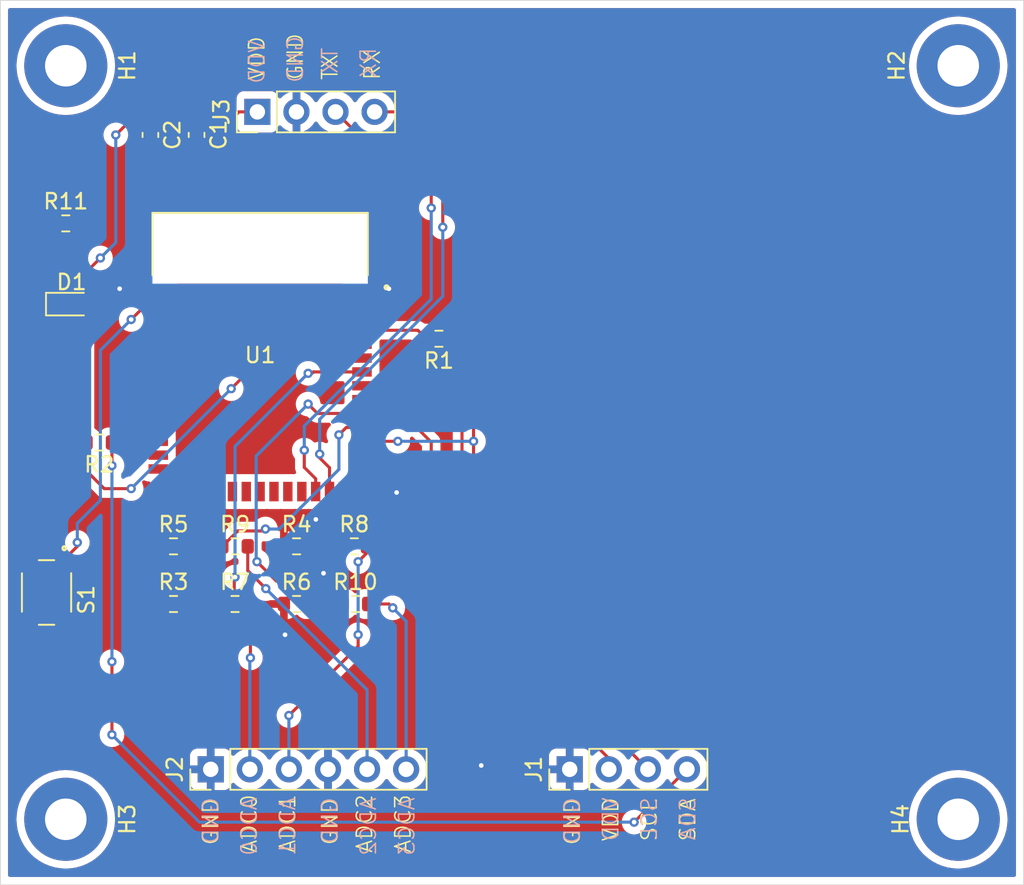
<source format=kicad_pcb>
(kicad_pcb (version 20240108) (generator "pcbnew") (generator_version "8.0")
  (layers (0 "F.Cu" signal) (31 "B.Cu" signal) (34 "B.Paste" user) (35 "F.Paste" user) (36 "B.SilkS" user "B.Silkscreen") (37 "F.SilkS" user "F.Silkscreen") (38 "B.Mask" user) (39 "F.Mask" user) (44 "Edge.Cuts" user))
  (net 0 "")
  (net 1 "GND")
  (net 2 "/Vdd")
  (net 3 "Net-(D1-K)")
  (net 4 "/SDA")
  (net 5 "/SCL")
  (net 6 "/ADC2_raw")
  (net 7 "/ADC3_raw")
  (net 8 "/ADC1_raw")
  (net 9 "/ADC0_raw")
  (net 10 "/rx")
  (net 11 "/tx")
  (net 12 "/ADC0")
  (net 13 "/ADC1")
  (net 14 "/ADC2")
  (net 15 "/ADC3")
  (net 16 "/XRES")
  (footprint "MountingHole:MountingHole_2.7mm_M2.5_Pad_TopBottom" (layer "F.Cu") (at 107.5 85.25)
    (property "Reference" "H3" (at 4 0 90) (layer "F.SilkS"))
    (property "Value" "MountingHole" (hide yes))
    (pad "1" thru_hole circle (at 0 0) (size 3.1 3.1) (drill 2.7) (layers "*.Cu" "*.Mask"))
    (pad "1" connect circle (at 0 0) (size 5.4 5.4) (layers "F.Cu" "F.Mask"))
    (pad "1" connect circle (at 0 0) (size 5.4 5.4) (layers "B.Cu" "B.Mask"))
  )
  (footprint "Capacitor_SMD:C_0603_1608Metric" (layer "F.Cu") (at 113 40.75 -90)
    (property "Reference" "C2" (at 0 -1.43 90) (layer "F.SilkS"))
    (property "Value" "10u" (hide yes))
    (fp_line (start -0.14058 0.51) (end 0.14058 0.51) (stroke (width 0.12)) (layer "F.SilkS"))
    (fp_line (start -0.14058 -0.51) (end 0.14058 -0.51) (stroke (width 0.12)) (layer "F.SilkS"))
    (pad "1" smd roundrect (at -0.775 0 270) (size 0.9 0.95) (layers "F.Cu" "F.Paste" "F.Mask") (net 2 "/Vdd"))
    (pad "2" smd roundrect (at 0.775 0 270) (size 0.9 0.95) (layers "F.Cu" "F.Paste" "F.Mask") (net 1 "GND"))
  )
  (footprint "kicad library:XCVR_CYBLE-416045-02" (layer "F.Cu") (at 120.13 55.07)
    (property "Reference" "U1" (at 0 0 0) (layer "F.SilkS") (effects (font (size 1.001425 1.001425))))
    (property "Value" "CYBLE-416045-02" (hide yes))
    (fp_line (start -7 -9.25) (end -7 -5.2) (stroke (width 0.127)) (layer "F.SilkS"))
    (fp_line (start 7 -9.25) (end -7 -9.25) (stroke (width 0.127)) (layer "F.SilkS"))
    (fp_line (start 7 -5.2) (end 7 -9.25) (stroke (width 0.127)) (layer "F.SilkS"))
    (fp_circle (center 8.216 -4.41) (end 8.316 -4.41) (stroke (width 0.2)) (fill none) (layer "F.SilkS"))
    (pad "1" smd rect (at 6.62 -4.32) (size 1.27 0.61) (layers "F.Cu" "F.Paste" "F.Mask") (net 1 "GND"))
    (pad "2" smd rect (at 6.62 -3.42) (size 1.27 0.61) (layers "F.Cu" "F.Paste" "F.Mask"))
    (pad "3" smd rect (at 6.62 -2.52) (size 1.27 0.61) (layers "F.Cu" "F.Paste" "F.Mask") (net 2 "/Vdd"))
    (pad "4" smd rect (at 6.62 -1.62) (size 1.27 0.61) (layers "F.Cu" "F.Paste" "F.Mask") (net 2 "/Vdd"))
    (pad "5" smd rect (at 6.62 -0.71) (size 1.27 0.61) (layers "F.Cu" "F.Paste" "F.Mask"))
    (pad "6" smd rect (at 6.62 0.19) (size 1.27 0.61) (layers "F.Cu" "F.Paste" "F.Mask"))
    (pad "7" smd rect (at 6.62 1.09) (size 1.27 0.61) (layers "F.Cu" "F.Paste" "F.Mask") (net 12 "/ADC0"))
    (pad "8" smd rect (at 6.62 1.99) (size 1.27 0.61) (layers "F.Cu" "F.Paste" "F.Mask") (net 13 "/ADC1"))
    (pad "9" smd rect (at 6.62 2.89) (size 1.27 0.61) (layers "F.Cu" "F.Paste" "F.Mask"))
    (pad "10" smd rect (at 6.62 3.79) (size 1.27 0.61) (layers "F.Cu" "F.Paste" "F.Mask") (net 15 "/ADC3"))
    (pad "11" smd rect (at 6.62 4.7) (size 1.27 0.61) (layers "F.Cu" "F.Paste" "F.Mask") (net 14 "/ADC2"))
    (pad "12" smd rect (at 6.62 5.6) (size 1.27 0.61) (layers "F.Cu" "F.Paste" "F.Mask") (net 5 "/SCL"))
    (pad "13" smd rect (at 6.62 6.5) (size 1.27 0.61) (layers "F.Cu" "F.Paste" "F.Mask"))
    (pad "14" smd rect (at 6.62 7.4) (size 1.27 0.61) (layers "F.Cu" "F.Paste" "F.Mask"))
    (pad "15" smd rect (at 6.31 8.87) (size 0.61 1.27) (layers "F.Cu" "F.Paste" "F.Mask") (net 1 "GND"))
    (pad "16" smd rect (at 5.41 8.87) (size 0.61 1.27) (layers "F.Cu" "F.Paste" "F.Mask"))
    (pad "17" smd rect (at 4.51 8.87) (size 0.61 1.27) (layers "F.Cu" "F.Paste" "F.Mask") (net 10 "/rx"))
    (pad "18" smd rect (at 3.61 8.87) (size 0.61 1.27) (layers "F.Cu" "F.Paste" "F.Mask") (net 11 "/tx"))
    (pad "19" smd rect (at 2.71 8.87) (size 0.61 1.27) (layers "F.Cu" "F.Paste" "F.Mask"))
    (pad "20" smd rect (at 1.8 8.87) (size 0.61 1.27) (layers "F.Cu" "F.Paste" "F.Mask"))
    (pad "21" smd rect (at 0.9 8.87) (size 0.61 1.27) (layers "F.Cu" "F.Paste" "F.Mask"))
    (pad "22" smd rect (at 0 8.87) (size 0.61 1.27) (layers "F.Cu" "F.Paste" "F.Mask"))
    (pad "23" smd rect (at -0.9 8.87) (size 0.61 1.27) (layers "F.Cu" "F.Paste" "F.Mask"))
    (pad "24" smd rect (at -1.8 8.87) (size 0.61 1.27) (layers "F.Cu" "F.Paste" "F.Mask"))
    (pad "25" smd rect (at -2.7 8.87) (size 0.61 1.27) (layers "F.Cu" "F.Paste" "F.Mask"))
    (pad "26" smd rect (at -3.61 8.87) (size 0.61 1.27) (layers "F.Cu" "F.Paste" "F.Mask"))
    (pad "27" smd rect (at -4.51 8.87) (size 0.61 1.27) (layers "F.Cu" "F.Paste" "F.Mask"))
    (pad "28" smd rect (at -5.41 8.87) (size 0.61 1.27) (layers "F.Cu" "F.Paste" "F.Mask"))
    (pad "29" smd rect (at -6.31 8.87) (size 0.61 1.27) (layers "F.Cu" "F.Paste" "F.Mask"))
    (pad "30" smd rect (at -6.62 7.4) (size 1.27 0.61) (layers "F.Cu" "F.Paste" "F.Mask"))
    (pad "31" smd rect (at -6.62 6.5) (size 1.27 0.61) (layers "F.Cu" "F.Paste" "F.Mask"))
    (pad "32" smd rect (at -6.62 5.6) (size 1.27 0.61) (layers "F.Cu" "F.Paste" "F.Mask"))
    (pad "33" smd rect (at -6.62 4.7) (size 1.27 0.61) (layers "F.Cu" "F.Paste" "F.Mask") (net 4 "/SDA"))
    (pad "34" smd rect (at -6.62 3.79) (size 1.27 0.61) (layers "F.Cu" "F.Paste" "F.Mask"))
    (pad "35" smd rect (at -6.62 2.89) (size 1.27 0.61) (layers "F.Cu" "F.Paste" "F.Mask"))
    (pad "36" smd rect (at -6.62 1.99) (size 1.27 0.61) (layers "F.Cu" "F.Paste" "F.Mask"))
    (pad "37" smd rect (at -6.62 1.09) (size 1.27 0.61) (layers "F.Cu" "F.Paste" "F.Mask"))
    (pad "38" smd rect (at -6.62 0.19) (size 1.27 0.61) (layers "F.Cu" "F.Paste" "F.Mask"))
    (pad "39" smd rect (at -6.62 -0.71) (size 1.27 0.61) (layers "F.Cu" "F.Paste" "F.Mask"))
    (pad "40" smd rect (at -6.62 -1.62) (size 1.27 0.61) (layers "F.Cu" "F.Paste" "F.Mask"))
    (pad "41" smd rect (at -6.62 -2.52) (size 1.27 0.61) (layers "F.Cu" "F.Paste" "F.Mask"))
    (pad "42" smd rect (at -6.62 -3.42) (size 1.27 0.61) (layers "F.Cu" "F.Paste" "F.Mask") (net 16 "/XRES"))
    (pad "43" smd rect (at -6.62 -4.32) (size 1.27 0.61) (layers "F.Cu" "F.Paste" "F.Mask") (net 1 "GND"))
    (zone (net 0) (net_name "") (layer "F.Cu") (connect_pads (clearance 0)) (min_thickness 0.01)
      (keepout (tracks not_allowed) (vias not_allowed) (pads not_allowed) (copperpour not_allowed) (footprints allowed))
      (fill (thermal_gap 0.508) (thermal_bridge_width 0.508))
      (polygon (pts (xy 113.13 45.82) (xy 127.13 45.82) (xy 127.13 50.42) (xy 113.13 50.42)))
    )
    (zone (net 0) (net_name "") (layer "B.Cu") (connect_pads (clearance 0)) (min_thickness 0.01)
      (keepout (tracks not_allowed) (vias not_allowed) (pads not_allowed) (copperpour not_allowed) (footprints allowed))
      (fill (thermal_gap 0.508) (thermal_bridge_width 0.508))
      (polygon (pts (xy 113.13 45.82) (xy 127.13 45.82) (xy 127.13 50.42) (xy 113.13 50.42)))
    )
  )
  (footprint "Resistor_SMD:R_0603_1608Metric" (layer "F.Cu") (at 109.675 60.75 180)
    (property "Reference" "R2" (at 0 -1.43 360) (layer "F.SilkS"))
    (property "Value" "4.7K" (hide yes))
    (fp_line (start -0.237258 0.5225) (end 0.237258 0.5225) (stroke (width 0.12)) (layer "F.SilkS"))
    (fp_line (start -0.237258 -0.5225) (end 0.237258 -0.5225) (stroke (width 0.12)) (layer "F.SilkS"))
    (pad "1" smd roundrect (at -0.825 0 180) (size 0.8 0.95) (layers "F.Cu" "F.Paste" "F.Mask") (net 4 "/SDA"))
    (pad "2" smd roundrect (at 0.825 0 180) (size 0.8 0.95) (layers "F.Cu" "F.Paste" "F.Mask") (net 2 "/Vdd"))
  )
  (footprint "kicad library:SW_SKRPACE010" (layer "F.Cu") (at 106.25 70.5 -90)
    (property "Reference" "S1" (at 0.47575 -2.58912 90) (layer "F.SilkS") (effects (font (size 1.001591 1.001591))))
    (property "Value" "SKRPACE010")
    (fp_line (start -1.25 1.6) (end 1.25 1.6) (stroke (width 0.127)) (layer "F.SilkS"))
    (fp_line (start -2.1 -0.5) (end -2.1 0.5) (stroke (width 0.127)) (layer "F.SilkS"))
    (fp_line (start 2.1 -0.5) (end 2.1 0.5) (stroke (width 0.127)) (layer "F.SilkS"))
    (fp_line (start -1.25 -1.6) (end 1.25 -1.6) (stroke (width 0.127)) (layer "F.SilkS"))
    (fp_circle (center -2.9 -1.15) (end -2.788197 -1.15) (stroke (width 0.127)) (fill none) (layer "F.SilkS"))
    (fp_circle (center -2.85 -1.15) (end -2.8 -1.15) (stroke (width 0.127)) (fill none) (layer "F.SilkS"))
    (pad "1" smd rect (at -2.075 -1.075 270) (size 1.05 0.65) (layers "F.Cu" "F.Paste" "F.Mask") (net 16 "/XRES"))
    (pad "2" smd rect (at 2.075 -1.075 270) (size 1.05 0.65) (layers "F.Cu" "F.Paste" "F.Mask") (net 16 "/XRES"))
    (pad "3" smd rect (at -2.075 1.075 270) (size 1.05 0.65) (layers "F.Cu" "F.Paste" "F.Mask") (net 1 "GND"))
    (pad "4" smd rect (at 2.075 1.075 270) (size 1.05 0.65) (layers "F.Cu" "F.Paste" "F.Mask") (net 1 "GND"))
  )
  (footprint "Capacitor_SMD:C_0603_1608Metric" (layer "F.Cu") (at 116 40.75 -90)
    (property "Reference" "C1" (at 0 -1.43 90) (layer "F.SilkS"))
    (property "Value" "0.1u" (hide yes))
    (fp_line (start -0.14058 0.51) (end 0.14058 0.51) (stroke (width 0.12)) (layer "F.SilkS"))
    (fp_line (start -0.14058 -0.51) (end 0.14058 -0.51) (stroke (width 0.12)) (layer "F.SilkS"))
    (pad "1" smd roundrect (at -0.775 0 270) (size 0.9 0.95) (layers "F.Cu" "F.Paste" "F.Mask") (net 2 "/Vdd"))
    (pad "2" smd roundrect (at 0.775 0 270) (size 0.9 0.95) (layers "F.Cu" "F.Paste" "F.Mask") (net 1 "GND"))
  )
  (footprint "Connector_PinHeader_2.54mm:PinHeader_1x04_P2.54mm_Vertical" (layer "F.Cu") (at 140.25 82 90)
    (property "Reference" "J1" (at 0 -2.33 90) (layer "F.SilkS"))
    (property "Value" "Conn_01x04_Pin" (hide yes))
    (fp_line (start -1.33 -1.33) (end 0 -1.33) (stroke (width 0.12)) (layer "F.SilkS"))
    (fp_line (start -1.33 0) (end -1.33 -1.33) (stroke (width 0.12)) (layer "F.SilkS"))
    (fp_line (start 1.33 1.27) (end 1.33 8.95) (stroke (width 0.12)) (layer "F.SilkS"))
    (fp_line (start -1.33 1.27) (end 1.33 1.27) (stroke (width 0.12)) (layer "F.SilkS"))
    (fp_line (start -1.33 1.27) (end -1.33 8.95) (stroke (width 0.12)) (layer "F.SilkS"))
    (fp_line (start -1.33 8.95) (end 1.33 8.95) (stroke (width 0.12)) (layer "F.SilkS"))
    (pad "1" thru_hole rect (at 0 0 90) (size 1.7 1.7) (drill 1) (layers "*.Cu" "*.Mask") (net 1 "GND"))
    (pad "2" thru_hole oval (at 0 2.54 90) (size 1.7 1.7) (drill 1) (layers "*.Cu" "*.Mask") (net 2 "/Vdd"))
    (pad "3" thru_hole oval (at 0 5.08 90) (size 1.7 1.7) (drill 1) (layers "*.Cu" "*.Mask") (net 5 "/SCL"))
    (pad "4" thru_hole oval (at 0 7.62 90) (size 1.7 1.7) (drill 1) (layers "*.Cu" "*.Mask") (net 4 "/SDA"))
  )
  (footprint "Resistor_SMD:R_0603_1608Metric" (layer "F.Cu") (at 118.5 71.25)
    (property "Reference" "R7" (at 0 -1.43 0) (layer "F.SilkS"))
    (property "Value" "18k" (hide yes))
    (fp_line (start -0.237258 -0.5225) (end 0.237258 -0.5225) (stroke (width 0.12)) (layer "F.SilkS"))
    (fp_line (start -0.237258 0.5225) (end 0.237258 0.5225) (stroke (width 0.12)) (layer "F.SilkS"))
    (pad "1" smd roundrect (at -0.825 0) (size 0.8 0.95) (layers "F.Cu" "F.Paste" "F.Mask") (net 12 "/ADC0"))
    (pad "2" smd roundrect (at 0.825 0) (size 0.8 0.95) (layers "F.Cu" "F.Paste" "F.Mask") (net 9 "/ADC0_raw"))
  )
  (footprint "MountingHole:MountingHole_2.7mm_M2.5_Pad_TopBottom" (layer "F.Cu") (at 165.5 36.25)
    (property "Reference" "H2" (at -4 0 90) (layer "F.SilkS"))
    (property "Value" "MountingHole" (hide yes))
    (pad "1" thru_hole circle (at 0 0) (size 3.1 3.1) (drill 2.7) (layers "*.Cu" "*.Mask"))
    (pad "1" connect circle (at 0 0) (size 5.4 5.4) (layers "F.Cu" "F.Mask"))
    (pad "1" connect circle (at 0 0) (size 5.4 5.4) (layers "B.Cu" "B.Mask"))
  )
  (footprint "Connector_PinHeader_2.54mm:PinHeader_1x04_P2.54mm_Vertical" (layer "F.Cu") (at 119.95 39.25 90)
    (property "Reference" "J3" (at 0 -2.33 90) (layer "F.SilkS"))
    (property "Value" "Conn_01x04_Pin" (hide yes))
    (fp_line (start -1.33 -1.33) (end 0 -1.33) (stroke (width 0.12)) (layer "F.SilkS"))
    (fp_line (start -1.33 0) (end -1.33 -1.33) (stroke (width 0.12)) (layer "F.SilkS"))
    (fp_line (start 1.33 1.27) (end 1.33 8.95) (stroke (width 0.12)) (layer "F.SilkS"))
    (fp_line (start -1.33 1.27) (end 1.33 1.27) (stroke (width 0.12)) (layer "F.SilkS"))
    (fp_line (start -1.33 1.27) (end -1.33 8.95) (stroke (width 0.12)) (layer "F.SilkS"))
    (fp_line (start -1.33 8.95) (end 1.33 8.95) (stroke (width 0.12)) (layer "F.SilkS"))
    (pad "1" thru_hole rect (at 0 0 90) (size 1.7 1.7) (drill 1) (layers "*.Cu" "*.Mask") (net 2 "/Vdd"))
    (pad "2" thru_hole oval (at 0 2.54 90) (size 1.7 1.7) (drill 1) (layers "*.Cu" "*.Mask") (net 1 "GND"))
    (pad "3" thru_hole oval (at 0 5.08 90) (size 1.7 1.7) (drill 1) (layers "*.Cu" "*.Mask") (net 11 "/tx"))
    (pad "4" thru_hole oval (at 0 7.62 90) (size 1.7 1.7) (drill 1) (layers "*.Cu" "*.Mask") (net 10 "/rx"))
  )
  (footprint "Resistor_SMD:R_0603_1608Metric" (layer "F.Cu") (at 118.5 67.5)
    (property "Reference" "R9" (at 0 -1.43 0) (layer "F.SilkS"))
    (property "Value" "18k" (hide yes))
    (fp_line (start -0.237258 -0.5225) (end 0.237258 -0.5225) (stroke (width 0.12)) (layer "F.SilkS"))
    (fp_line (start -0.237258 0.5225) (end 0.237258 0.5225) (stroke (width 0.12)) (layer "F.SilkS"))
    (pad "1" smd roundrect (at -0.825 0) (size 0.8 0.95) (layers "F.Cu" "F.Paste" "F.Mask") (net 14 "/ADC2"))
    (pad "2" smd roundrect (at 0.825 0) (size 0.8 0.95) (layers "F.Cu" "F.Paste" "F.Mask") (net 6 "/ADC2_raw"))
  )
  (footprint "Resistor_SMD:R_0603_1608Metric" (layer "F.Cu") (at 107.5 46.5)
    (property "Reference" "R11" (at 0 -1.43 0) (layer "F.SilkS"))
    (property "Value" "330 ohm" (hide yes))
    (fp_line (start -0.237258 -0.5225) (end 0.237258 -0.5225) (stroke (width 0.12)) (layer "F.SilkS"))
    (fp_line (start -0.237258 0.5225) (end 0.237258 0.5225) (stroke (width 0.12)) (layer "F.SilkS"))
    (pad "1" smd roundrect (at -0.825 0) (size 0.8 0.95) (layers "F.Cu" "F.Paste" "F.Mask") (net 3 "Net-(D1-K)"))
    (pad "2" smd roundrect (at 0.825 0) (size 0.8 0.95) (layers "F.Cu" "F.Paste" "F.Mask") (net 1 "GND"))
  )
  (footprint "Connector_PinHeader_2.54mm:PinHeader_1x06_P2.54mm_Vertical" (layer "F.Cu") (at 116.92 82 90)
    (property "Reference" "J2" (at 0 -2.33 90) (layer "F.SilkS"))
    (property "Value" "Conn_01x06_Pin" (hide yes))
    (fp_line (start -1.33 -1.33) (end 0 -1.33) (stroke (width 0.12)) (layer "F.SilkS"))
    (fp_line (start -1.33 0) (end -1.33 -1.33) (stroke (width 0.12)) (layer "F.SilkS"))
    (fp_line (start 1.33 1.27) (end 1.33 14.03) (stroke (width 0.12)) (layer "F.SilkS"))
    (fp_line (start -1.33 1.27) (end 1.33 1.27) (stroke (width 0.12)) (layer "F.SilkS"))
    (fp_line (start -1.33 1.27) (end -1.33 14.03) (stroke (width 0.12)) (layer "F.SilkS"))
    (fp_line (start -1.33 14.03) (end 1.33 14.03) (stroke (width 0.12)) (layer "F.SilkS"))
    (pad "1" thru_hole rect (at 0 0 90) (size 1.7 1.7) (drill 1) (layers "*.Cu" "*.Mask") (net 1 "GND"))
    (pad "2" thru_hole oval (at 0 2.54 90) (size 1.7 1.7) (drill 1) (layers "*.Cu" "*.Mask") (net 9 "/ADC0_raw"))
    (pad "3" thru_hole oval (at 0 5.08 90) (size 1.7 1.7) (drill 1) (layers "*.Cu" "*.Mask") (net 8 "/ADC1_raw"))
    (pad "4" thru_hole oval (at 0 7.62 90) (size 1.7 1.7) (drill 1) (layers "*.Cu" "*.Mask") (net 1 "GND"))
    (pad "5" thru_hole oval (at 0 10.16 90) (size 1.7 1.7) (drill 1) (layers "*.Cu" "*.Mask") (net 6 "/ADC2_raw"))
    (pad "6" thru_hole oval (at 0 12.7 90) (size 1.7 1.7) (drill 1) (layers "*.Cu" "*.Mask") (net 7 "/ADC3_raw"))
  )
  (footprint "Resistor_SMD:R_0603_1608Metric" (layer "F.Cu") (at 126.325 71.25)
    (property "Reference" "R10" (at 0 -1.43 0) (layer "F.SilkS"))
    (property "Value" "18k" (hide yes))
    (fp_line (start -0.237258 -0.5225) (end 0.237258 -0.5225) (stroke (width 0.12)) (layer "F.SilkS"))
    (fp_line (start -0.237258 0.5225) (end 0.237258 0.5225) (stroke (width 0.12)) (layer "F.SilkS"))
    (pad "1" smd roundrect (at -0.825 0) (size 0.8 0.95) (layers "F.Cu" "F.Paste" "F.Mask") (net 15 "/ADC3"))
    (pad "2" smd roundrect (at 0.825 0) (size 0.8 0.95) (layers "F.Cu" "F.Paste" "F.Mask") (net 7 "/ADC3_raw"))
  )
  (footprint "Resistor_SMD:R_0603_1608Metric" (layer "F.Cu") (at 126.25 67.5)
    (property "Reference" "R8" (at 0 -1.43 0) (layer "F.SilkS"))
    (property "Value" "18k" (hide yes))
    (fp_line (start -0.237258 -0.5225) (end 0.237258 -0.5225) (stroke (width 0.12)) (layer "F.SilkS"))
    (fp_line (start -0.237258 0.5225) (end 0.237258 0.5225) (stroke (width 0.12)) (layer "F.SilkS"))
    (pad "1" smd roundrect (at -0.825 0) (size 0.8 0.95) (layers "F.Cu" "F.Paste" "F.Mask") (net 13 "/ADC1"))
    (pad "2" smd roundrect (at 0.825 0) (size 0.8 0.95) (layers "F.Cu" "F.Paste" "F.Mask") (net 8 "/ADC1_raw"))
  )
  (footprint "LED_SMD:LED_0603_1608Metric_Pad1.05x0.95mm_HandSolder" (layer "F.Cu") (at 107.875 51.75)
    (property "Reference" "D1" (at 0 -1.43 360) (layer "F.SilkS"))
    (property "Value" "Green LED" (hide yes))
    (fp_line (start -1.66 -0.735) (end -1.66 0.735) (stroke (width 0.12)) (layer "F.SilkS"))
    (fp_line (start -1.66 0.735) (end 0.8 0.735) (stroke (width 0.12)) (layer "F.SilkS"))
    (fp_line (start 0.8 -0.735) (end -1.66 -0.735) (stroke (width 0.12)) (layer "F.SilkS"))
    (pad "1" smd roundrect (at -0.875 0) (size 1.05 0.95) (layers "F.Cu" "F.Paste" "F.Mask") (net 3 "Net-(D1-K)"))
    (pad "2" smd roundrect (at 0.875 0) (size 1.05 0.95) (layers "F.Cu" "F.Paste" "F.Mask") (net 2 "/Vdd"))
  )
  (footprint "Resistor_SMD:R_0603_1608Metric" (layer "F.Cu") (at 114.5 71.25)
    (property "Reference" "R3" (at 0 -1.43 0) (layer "F.SilkS"))
    (property "Value" "6.8k" (hide yes))
    (fp_line (start -0.237258 -0.5225) (end 0.237258 -0.5225) (stroke (width 0.12)) (layer "F.SilkS"))
    (fp_line (start -0.237258 0.5225) (end 0.237258 0.5225) (stroke (width 0.12)) (layer "F.SilkS"))
    (pad "1" smd roundrect (at -0.825 0) (size 0.8 0.95) (layers "F.Cu" "F.Paste" "F.Mask") (net 1 "GND"))
    (pad "2" smd roundrect (at 0.825 0) (size 0.8 0.95) (layers "F.Cu" "F.Paste" "F.Mask") (net 12 "/ADC0"))
  )
  (footprint "MountingHole:MountingHole_2.7mm_M2.5_Pad_TopBottom" (layer "F.Cu") (at 165.5 85.25)
    (property "Reference" "H4" (at -3.75 0 90) (layer "F.SilkS"))
    (property "Value" "MountingHole" (hide yes))
    (pad "1" thru_hole circle (at 0 0) (size 3.1 3.1) (drill 2.7) (layers "*.Cu" "*.Mask"))
    (pad "1" connect circle (at 0 0) (size 5.4 5.4) (layers "F.Cu" "F.Mask"))
    (pad "1" connect circle (at 0 0) (size 5.4 5.4) (layers "B.Cu" "B.Mask"))
  )
  (footprint "MountingHole:MountingHole_2.7mm_M2.5_Pad_TopBottom" (layer "F.Cu") (at 107.5 36.25)
    (property "Reference" "H1" (at 4 0 90) (layer "F.SilkS"))
    (property "Value" "MountingHole" (hide yes))
    (pad "1" thru_hole circle (at 0 0) (size 3.1 3.1) (drill 2.7) (layers "*.Cu" "*.Mask"))
    (pad "1" connect circle (at 0 0) (size 5.4 5.4) (layers "F.Cu" "F.Mask"))
    (pad "1" connect circle (at 0 0) (size 5.4 5.4) (layers "B.Cu" "B.Mask"))
  )
  (footprint "Resistor_SMD:R_0603_1608Metric" (layer "F.Cu") (at 131.75 54 180)
    (property "Reference" "R1" (at 0 -1.43 360) (layer "F.SilkS"))
    (property "Value" "4.7K" (hide yes))
    (fp_line (start -0.237258 0.5225) (end 0.237258 0.5225) (stroke (width 0.12)) (layer "F.SilkS"))
    (fp_line (start -0.237258 -0.5225) (end 0.237258 -0.5225) (stroke (width 0.12)) (layer "F.SilkS"))
    (pad "1" smd roundrect (at -0.825 0 180) (size 0.8 0.95) (layers "F.Cu" "F.Paste" "F.Mask") (net 5 "/SCL"))
    (pad "2" smd roundrect (at 0.825 0 180) (size 0.8 0.95) (layers "F.Cu" "F.Paste" "F.Mask") (net 2 "/Vdd"))
  )
  (footprint "Resistor_SMD:R_0603_1608Metric" (layer "F.Cu") (at 114.5 67.5)
    (property "Reference" "R5" (at 0 -1.43 0) (layer "F.SilkS"))
    (property "Value" "6.8k" (hide yes))
    (fp_line (start -0.237258 -0.5225) (end 0.237258 -0.5225) (stroke (width 0.12)) (layer "F.SilkS"))
    (fp_line (start -0.237258 0.5225) (end 0.237258 0.5225) (stroke (width 0.12)) (layer "F.SilkS"))
    (pad "1" smd roundrect (at -0.825 0) (size 0.8 0.95) (layers "F.Cu" "F.Paste" "F.Mask") (net 1 "GND"))
    (pad "2" smd roundrect (at 0.825 0) (size 0.8 0.95) (layers "F.Cu" "F.Paste" "F.Mask") (net 14 "/ADC2"))
  )
  (footprint "Resistor_SMD:R_0603_1608Metric" (layer "F.Cu") (at 122.5 67.5)
    (property "Reference" "R4" (at 0 -1.43 360) (layer "F.SilkS"))
    (property "Value" "6.8k" (hide yes))
    (fp_line (start -0.237258 -0.5225) (end 0.237258 -0.5225) (stroke (width 0.12)) (layer "F.SilkS"))
    (fp_line (start -0.237258 0.5225) (end 0.237258 0.5225) (stroke (width 0.12)) (layer "F.SilkS"))
    (pad "1" smd roundrect (at -0.825 0) (size 0.8 0.95) (layers "F.Cu" "F.Paste" "F.Mask") (net 1 "GND"))
    (pad "2" smd roundrect (at 0.825 0) (size 0.8 0.95) (layers "F.Cu" "F.Paste" "F.Mask") (net 13 "/ADC1"))
  )
  (footprint "Resistor_SMD:R_0603_1608Metric" (layer "F.Cu") (at 122.5 71.25)
    (property "Reference" "R6" (at 0 -1.43 0) (layer "F.SilkS"))
    (property "Value" "6.8k" (hide yes))
    (fp_line (start -0.237258 -0.5225) (end 0.237258 -0.5225) (stroke (width 0.12)) (layer "F.SilkS"))
    (fp_line (start -0.237258 0.5225) (end 0.237258 0.5225) (stroke (width 0.12)) (layer "F.SilkS"))
    (pad "1" smd roundrect (at -0.825 0) (size 0.8 0.95) (layers "F.Cu" "F.Paste" "F.Mask") (net 1 "GND"))
    (pad "2" smd roundrect (at 0.825 0) (size 0.8 0.95) (layers "F.Cu" "F.Paste" "F.Mask") (net 15 "/ADC3"))
  )
  (gr_rect (start 103.25 32) (end 169.75 89.5) (stroke (width 0.05)) (fill none) (layer "Edge.Cuts"))
  (gr_text "VDD" (at 120.5 34.5 90) (layer "B.SilkS") (effects (font (size 1 1) (thickness 0.1)) (justify left bottom mirror)))
  (gr_text "GND" (at 117.5 83.75 90) (layer "B.SilkS") (effects (font (size 1 1) (thickness 0.1)) (justify left bottom mirror)))
  (gr_text "SCL" (at 146 83.75 90) (layer "B.SilkS") (effects (font (size 1 1) (thickness 0.1)) (justify left bottom mirror)))
  (gr_text "TX" (at 125.25 35 90) (layer "B.SilkS") (effects (font (size 1 1) (thickness 0.1)) (justify left bottom mirror)))
  (gr_text "GND" (at 141 83.75 90) (layer "B.SilkS") (effects (font (size 1 1) (thickness 0.1)) (justify left bottom mirror)))
  (gr_text "ADC2" (at 127.75 83.75 90) (layer "B.SilkS") (effects (font (size 1 1) (thickness 0.1)) (justify left bottom mirror)))
  (gr_text "SDA" (at 148.5 83.75 90) (layer "B.SilkS") (effects (font (size 1 1) (thickness 0.1)) (justify left bottom mirror)))
  (gr_text "ADC0" (at 120 83.75 90) (layer "B.SilkS") (effects (font (size 1 1) (thickness 0.1)) (justify left bottom mirror)))
  (gr_text "ADC3" (at 130.25 83.75 90) (layer "B.SilkS") (effects (font (size 1 1) (thickness 0.1)) (justify left bottom mirror)))
  (gr_text "RX" (at 127.75 35 90) (layer "B.SilkS") (effects (font (size 1 1) (thickness 0.1)) (justify left bottom mirror)))
  (gr_text "VDD" (at 143.5 83.75 90) (layer "B.SilkS") (effects (font (size 1 1) (thickness 0.1)) (justify left bottom mirror)))
  (gr_text "ADC1" (at 122.5 83.75 90) (layer "B.SilkS") (effects (font (size 1 1) (thickness 0.1)) (justify left bottom mirror)))
  (gr_text "GND" (at 123 34.25 90) (layer "B.SilkS") (effects (font (size 1 1) (thickness 0.1)) (justify left bottom mirror)))
  (gr_text "GND" (at 125.25 83.75 90) (layer "B.SilkS") (effects (font (size 1 1) (thickness 0.1)) (justify left bottom mirror)))
  (gr_text "RX" (at 128 37.25 90) (layer "F.SilkS") (effects (font (size 1 1) (thickness 0.1)) (justify left bottom)))
  (gr_text "GND" (at 141 87 90) (layer "F.SilkS") (effects (font (size 1 1) (thickness 0.1)) (justify left bottom)))
  (gr_text "SDA" (at 148.5 86.75 90) (layer "F.SilkS") (effects (font (size 1 1) (thickness 0.1)) (justify left bottom)))
  (gr_text "ADC1" (at 122.5 87.5 90) (layer "F.SilkS") (effects (font (size 1 1) (thickness 0.1)) (justify left bottom)))
  (gr_text "ADC2" (at 127.5 87.5 90) (layer "F.SilkS") (effects (font (size 1 1) (thickness 0.1)) (justify left bottom)))
  (gr_text "GND" (at 123 37.25 90) (layer "F.SilkS") (effects (font (size 1 1) (thickness 0.1)) (justify left bottom)))
  (gr_text "VDD" (at 143.5 86.75 90) (layer "F.SilkS") (effects (font (size 1 1) (thickness 0.1)) (justify left bottom)))
  (gr_text "ADC3" (at 130 87.5 90) (layer "F.SilkS") (effects (font (size 1 1) (thickness 0.1)) (justify left bottom)))
  (gr_text "GND" (at 125.25 87 90) (layer "F.SilkS") (effects (font (size 1 1) (thickness 0.1)) (justify left bottom)))
  (gr_text "GND" (at 117.5 87 90) (layer "F.SilkS") (effects (font (size 1 1) (thickness 0.1)) (justify left bottom)))
  (gr_text "VDD" (at 120.5 37.25 90) (layer "F.SilkS") (effects (font (size 1 1) (thickness 0.1)) (justify left bottom)))
  (gr_text "ADC0" (at 120 87.5 90) (layer "F.SilkS") (effects (font (size 1 1) (thickness 0.1)) (justify left bottom)))
  (gr_text "TX" (at 125.25 37.25 90) (layer "F.SilkS") (effects (font (size 1 1) (thickness 0.1)) (justify left bottom)))
  (gr_text "SCL" (at 146 86.75 90) (layer "F.SilkS") (effects (font (size 1 1) (thickness 0.1)) (justify left bottom)))
  (segment (start 123 39.76) (end 122.49 39.25) (width 0.2) (layer "F.Cu") (net 1))
  (segment (start 127.08 50.75) (end 126.75 50.75) (width 0.2) (layer "F.Cu") (net 1))
  (segment (start 113.6 71.325) (end 113.675 71.25) (width 0.2) (layer "F.Cu") (net 1))
  (via (at 134.5 81.75) (size 0.6) (drill 0.3) (layers "F.Cu" "B.Cu") (net 1))
  (via (at 129 64) (size 0.6) (drill 0.3) (layers "F.Cu" "B.Cu") (net 1))
  (via (at 121.75 73.25) (size 0.6) (drill 0.3) (layers "F.Cu" "B.Cu") (net 1))
  (via (at 123.75 65.75) (size 0.6) (drill 0.3) (layers "F.Cu" "B.Cu") (net 1))
  (via (at 124.25 69.25) (size 0.6) (drill 0.3) (layers "F.Cu" "B.Cu") (net 1))
  (via (at 111 50.75) (size 0.6) (drill 0.3) (layers "F.Cu" "B.Cu") (net 1))
  (via (at 128.5 50.75) (size 0.6) (drill 0.3) (layers "F.Cu" "B.Cu") (net 1))
  (segment (start 111.5 40) (end 110.75 40.75) (width 0.2) (layer "F.Cu") (net 2))
  (segment (start 126.75 53.45) (end 130.375 53.45) (width 0.2) (layer "F.Cu") (net 2))
  (segment (start 122.05 53.45) (end 126.75 53.45) (width 0.2) (layer "F.Cu") (net 2))
  (segment (start 130.925 55.5) (end 133.25 57.825) (width 0.2) (layer "F.Cu") (net 2))
  (segment (start 108.75 51.75) (end 108.75 62.5) (width 0.2) (layer "F.Cu") (net 2))
  (segment (start 126.75 52.55) (end 126.75 53.45) (width 0.2) (layer "F.Cu") (net 2))
  (segment (start 119.95 39.25) (end 118.75 39.25) (width 0.2) (layer "F.Cu") (net 2))
  (segment (start 118.75 39.25) (end 118 40) (width 0.2) (layer "F.Cu") (net 2))
  (segment (start 133.25 71.75) (end 142.79 81.29) (width 0.2) (layer "F.Cu") (net 2))
  (segment (start 118.25 57.25) (end 122.05 53.45) (width 0.2) (layer "F.Cu") (net 2))
  (segment (start 109.75 48.75) (end 108.75 49.75) (width 0.2) (layer "F.Cu") (net 2))
  (segment (start 130.375 53.45) (end 130.925 54) (width 0.2) (layer "F.Cu") (net 2))
  (segment (start 108.75 62.5) (end 110 63.75) (width 0.2) (layer "F.Cu") (net 2))
  (segment (start 118 40) (end 111.5 40) (width 0.2) (layer "F.Cu") (net 2))
  (segment (start 130.925 54) (end 130.925 55.5) (width 0.2) (layer "F.Cu") (net 2))
  (segment (start 108.75 49.75) (end 108.75 51.75) (width 0.2) (layer "F.Cu") (net 2))
  (segment (start 142.79 81.29) (end 142.79 82) (width 0.2) (layer "F.Cu") (net 2))
  (segment (start 119.475 39.725) (end 119.95 39.25) (width 0.2) (layer "F.Cu") (net 2))
  (segment (start 133.25 57.825) (end 133.25 71.75) (width 0.2) (layer "F.Cu") (net 2))
  (segment (start 110 63.75) (end 111.75 63.75) (width 0.2) (layer "F.Cu") (net 2))
  (via (at 109.75 48.75) (size 0.6) (drill 0.3) (layers "F.Cu" "B.Cu") (net 2))
  (via (at 110.75 40.75) (size 0.6) (drill 0.3) (layers "F.Cu" "B.Cu") (net 2))
  (via (at 118.25 57.25) (size 0.6) (drill 0.3) (layers "F.Cu" "B.Cu") (net 2))
  (via (at 111.75 63.75) (size 0.6) (drill 0.3) (layers "F.Cu" "B.Cu") (net 2))
  (segment (start 110.75 40.75) (end 110.75 47.75) (width 0.2) (layer "B.Cu") (net 2))
  (segment (start 111.75 63.75) (end 118.25 57.25) (width 0.2) (layer "B.Cu") (net 2))
  (segment (start 110.75 47.75) (end 109.75 48.75) (width 0.2) (layer "B.Cu") (net 2))
  (segment (start 106.675 51.425) (end 107 51.75) (width 0.2) (layer "F.Cu") (net 3))
  (segment (start 106.675 46.5) (end 106.675 51.425) (width 0.2) (layer "F.Cu") (net 3))
  (segment (start 111.5 59.75) (end 110.5 60.75) (width 0.2) (layer "F.Cu") (net 4))
  (segment (start 144.435 85.435) (end 147.87 82) (width 0.2) (layer "F.Cu") (net 4))
  (segment (start 110.5 60.75) (end 110.5 62.25) (width 0.2) (layer "F.Cu") (net 4))
  (segment (start 112.675 59.77) (end 112.655 59.75) (width 0.2) (layer "F.Cu") (net 4))
  (segment (start 144.37 85.5) (end 144.435 85.435) (width 0.2) (layer "F.Cu") (net 4))
  (segment (start 110.5 75) (end 110.5 79.75) (width 0.2) (layer "F.Cu") (net 4))
  (segment (start 112.655 59.75) (end 111.5 59.75) (width 0.2) (layer "F.Cu") (net 4))
  (segment (start 113.51 59.77) (end 112.675 59.77) (width 0.2) (layer "F.Cu") (net 4))
  (via (at 110.5 75) (size 0.6) (drill 0.3) (layers "F.Cu" "B.Cu") (net 4))
  (via (at 110.5 79.75) (size 0.6) (drill 0.3) (layers "F.Cu" "B.Cu") (net 4))
  (via (at 144.435 85.435) (size 0.6) (drill 0.3) (layers "F.Cu" "B.Cu") (net 4))
  (via (at 110.5 62.25) (size 0.6) (drill 0.3) (layers "F.Cu" "B.Cu") (net 4))
  (segment (start 116.185 85.435) (end 144.435 85.435) (width 0.2) (layer "B.Cu") (net 4))
  (segment (start 110.5 79.75) (end 116.185 85.435) (width 0.2) (layer "B.Cu") (net 4))
  (segment (start 110.5 62.25) (end 110.5 75) (width 0.2) (layer "B.Cu") (net 4))
  (segment (start 133.25 55.75) (end 134 56.5) (width 0.2) (layer "F.Cu") (net 5))
  (segment (start 132.575 55.075) (end 133.25 55.75) (width 0.2) (layer "F.Cu") (net 5))
  (segment (start 132.575 54) (end 132.575 55.075) (width 0.2) (layer "F.Cu") (net 5))
  (segment (start 134 70.67) (end 145.33 82) (width 0.2) (layer "F.Cu") (net 5))
  (segment (start 134 56.5) (end 134 70.67) (width 0.2) (layer "F.Cu") (net 5))
  (segment (start 129.08 60.67) (end 126.75 60.67) (width 0.2) (layer "F.Cu") (net 5))
  (via (at 129.08 60.67) (size 0.6) (drill 0.3) (layers "F.Cu" "B.Cu") (net 5))
  (via (at 134 60.67) (size 0.6) (drill 0.3) (layers "F.Cu" "B.Cu") (net 5))
  (segment (start 129.08 60.67) (end 134 60.67) (width 0.2) (layer "B.Cu") (net 5))
  (segment (start 119.325 67.5) (end 119.325 69.075) (width 0.2) (layer "F.Cu") (net 6))
  (segment (start 119.325 69.075) (end 120.5 70.25) (width 0.2) (layer "F.Cu") (net 6))
  (via (at 120.5 70.25) (size 0.6) (drill 0.3) (layers "F.Cu" "B.Cu") (net 6))
  (segment (start 127.08 76.83) (end 127.08 82) (width 0.2) (layer "B.Cu") (net 6))
  (segment (start 120.5 70.25) (end 127.08 76.83) (width 0.2) (layer "B.Cu") (net 6))
  (segment (start 127.15 71.25) (end 128.5 71.25) (width 0.2) (layer "F.Cu") (net 7))
  (segment (start 128.5 71.25) (end 128.75 71.5) (width 0.2) (layer "F.Cu") (net 7))
  (segment (start 129.75 81.87) (end 129.62 82) (width 0.2) (layer "F.Cu") (net 7))
  (via (at 128.75 71.5) (size 0.6) (drill 0.3) (layers "F.Cu" "B.Cu") (net 7))
  (segment (start 128.75 71.5) (end 129.62 72.37) (width 0.2) (layer "B.Cu") (net 7))
  (segment (start 129.62 72.37) (end 129.62 82) (width 0.2) (layer "B.Cu") (net 7))
  (segment (start 127.075 67.925) (end 126.5 68.5) (width 0.2) (layer "F.Cu") (net 8))
  (segment (start 122 78.5) (end 126.5 74) (width 0.2) (layer "F.Cu") (net 8))
  (segment (start 126.5 74) (end 126.5 73.25) (width 0.2) (layer "F.Cu") (net 8))
  (segment (start 127.075 67.5) (end 127.075 67.925) (width 0.2) (layer "F.Cu") (net 8))
  (via (at 126.5 68.5) (size 0.6) (drill 0.3) (layers "F.Cu" "B.Cu") (net 8))
  (via (at 126.5 73.25) (size 0.6) (drill 0.3) (layers "F.Cu" "B.Cu") (net 8))
  (via (at 122 78.5) (size 0.6) (drill 0.3) (layers "F.Cu" "B.Cu") (net 8))
  (segment (start 126.5 68.5) (end 126.5 73.25) (width 0.2) (layer "B.Cu") (net 8))
  (segment (start 122 78.5) (end 122 82) (width 0.2) (layer "B.Cu") (net 8))
  (segment (start 119.5 71.425) (end 119.325 71.25) (width 0.2) (layer "F.Cu") (net 9))
  (segment (start 119.5 74.75) (end 119.5 71.425) (width 0.2) (layer "F.Cu") (net 9))
  (segment (start 119.325 81.865) (end 119.46 82) (width 0.2) (layer "F.Cu") (net 9))
  (via (at 119.5 74.75) (size 0.6) (drill 0.3) (layers "F.Cu" "B.Cu") (net 9))
  (segment (start 119.46 74.79) (end 119.46 82) (width 0.2) (layer "B.Cu") (net 9))
  (segment (start 119.5 74.75) (end 119.46 74.79) (width 0.2) (layer "B.Cu") (net 9))
  (segment (start 124.64 62.39) (end 124.64 63.94) (width 0.2) (layer "F.Cu") (net 10))
  (segment (start 132 46.75) (end 132 41.25) (width 0.2) (layer "F.Cu") (net 10))
  (segment (start 130 39.25) (end 127.57 39.25) (width 0.2) (layer "F.Cu") (net 10))
  (segment (start 124 61.5) (end 124 61.75) (width 0.2) (layer "F.Cu") (net 10))
  (segment (start 132 41.25) (end 130 39.25) (width 0.2) (layer "F.Cu") (net 10))
  (segment (start 124 61.75) (end 124.64 62.39) (width 0.2) (layer "F.Cu") (net 10))
  (via (at 124 61.5) (size 0.6) (drill 0.3) (layers "F.Cu" "B.Cu") (net 10))
  (via (at 132 46.75) (size 0.6) (drill 0.3) (layers "F.Cu" "B.Cu") (net 10))
  (segment (start 132 46.75) (end 132 51.239951) (width 0.2) (layer "B.Cu") (net 10))
  (segment (start 132 51.239951) (end 124 59.239951) (width 0.2) (layer "B.Cu") (net 10))
  (segment (start 124 59.239951) (end 124 61.5) (width 0.2) (layer "B.Cu") (net 10))
  (segment (start 123 62.365) (end 123.74 63.105) (width 0.2) (layer "F.Cu") (net 11))
  (segment (start 127.03 41.25) (end 125.03 39.25) (width 0.2) (layer "F.Cu") (net 11))
  (segment (start 131.25 45.5) (end 131.25 42.5) (width 0.2) (layer "F.Cu") (net 11))
  (segment (start 123.74 63.105) (end 123.74 63.94) (width 0.2) (layer "F.Cu") (net 11))
  (segment (start 123 61.25) (end 123 62.365) (width 0.2) (layer "F.Cu") (net 11))
  (segment (start 130 41.25) (end 127.03 41.25) (width 0.2) (layer "F.Cu") (net 11))
  (segment (start 131.25 42.5) (end 130 41.25) (width 0.2) (layer "F.Cu") (net 11))
  (via (at 131.25 45.5) (size 0.6) (drill 0.3) (layers "F.Cu" "B.Cu") (net 11))
  (via (at 123 61.25) (size 0.6) (drill 0.3) (layers "F.Cu" "B.Cu") (net 11))
  (segment (start 131.25 45.5) (end 131.25 51.424265) (width 0.2) (layer "B.Cu") (net 11))
  (segment (start 131.25 51.424265) (end 123 59.674265) (width 0.2) (layer "B.Cu") (net 11))
  (segment (start 123 59.674265) (end 123 61.25) (width 0.2) (layer "B.Cu") (net 11))
  (segment (start 118.45 70.475) (end 118.45 69.55) (width 0.2) (layer "F.Cu") (net 12))
  (segment (start 117.675 71.25) (end 115.325 71.25) (width 0.2) (layer "F.Cu") (net 12))
  (segment (start 123.5 56.25) (end 123.59 56.16) (width 0.2) (layer "F.Cu") (net 12))
  (segment (start 123.59 56.16) (end 126.75 56.16) (width 0.2) (layer "F.Cu") (net 12))
  (segment (start 117.675 71.25) (end 118.45 70.475) (width 0.2) (layer "F.Cu") (net 12))
  (segment (start 123.25 56.25) (end 123.5 56.25) (width 0.2) (layer "F.Cu") (net 12))
  (segment (start 118.45 69.55) (end 118.5 69.5) (width 0.2) (layer "F.Cu") (net 12))
  (via (at 123.25 56.25) (size 0.6) (drill 0.3) (layers "F.Cu" "B.Cu") (net 12))
  (via (at 118.5 69.5) (size 0.6) (drill 0.3) (layers "F.Cu" "B.Cu") (net 12))
  (segment (start 118.5 69.5) (end 118.5 61) (width 0.2) (layer "B.Cu") (net 12))
  (segment (start 118.5 61) (end 123.25 56.25) (width 0.2) (layer "B.Cu") (net 12))
  (segment (start 131.25 60.725) (end 127.585 57.06) (width 0.2) (layer "F.Cu") (net 13))
  (segment (start 126 66.25) (end 129.25 66.25) (width 0.2) (layer "F.Cu") (net 13))
  (segment (start 125.425 67.5) (end 125.425 66.825) (width 0.2) (layer "F.Cu") (net 13))
  (segment (start 125.425 67.5) (end 123.325 67.5) (width 0.2) (layer "F.Cu") (net 13))
  (segment (start 129.25 66.25) (end 131.25 64.25) (width 0.2) (layer "F.Cu") (net 13))
  (segment (start 125.425 66.825) (end 126 66.25) (width 0.2) (layer "F.Cu") (net 13))
  (segment (start 131.25 64.25) (end 131.25 60.725) (width 0.2) (layer "F.Cu") (net 13))
  (segment (start 127.585 57.06) (end 126.75 57.06) (width 0.2) (layer "F.Cu") (net 13))
  (segment (start 120.475 66.375) (end 120.35 66.5) (width 0.2) (layer "F.Cu") (net 14))
  (segment (start 117.675 67.5) (end 115.325 67.5) (width 0.2) (layer "F.Cu") (net 14))
  (segment (start 120.35 66.5) (end 118.675 66.5) (width 0.2) (layer "F.Cu") (net 14))
  (segment (start 125.73 59.77) (end 126.75 59.77) (width 0.2) (layer "F.Cu") (net 14))
  (segment (start 118.675 66.5) (end 117.675 67.5) (width 0.2) (layer "F.Cu") (net 14))
  (segment (start 125.25 60.25) (end 125.73 59.77) (width 0.2) (layer "F.Cu") (net 14))
  (via (at 120.475 66.375) (size 0.6) (drill 0.3) (layers "F.Cu" "B.Cu") (net 14))
  (via (at 125.25 60.25) (size 0.6) (drill 0.3) (layers "F.Cu" "B.Cu") (net 14))
  (segment (start 120.475 66.375) (end 121.375 66.375) (width 0.2) (layer "B.Cu") (net 14))
  (segment (start 121.375 66.375) (end 125.25 62.5) (width 0.2) (layer "B.Cu") (net 14))
  (segment (start 125.25 62.5) (end 125.25 60.25) (width 0.2) (layer "B.Cu") (net 14))
  (segment (start 121.175 69.75) (end 122 69.75) (width 0.2) (layer "F.Cu") (net 15))
  (segment (start 123.25 58.25) (end 123.86 58.86) (width 0.2) (layer "F.Cu") (net 15))
  (segment (start 125.5 71.25) (end 123.325 71.25) (width 0.2) (layer "F.Cu") (net 15))
  (segment (start 123.325 71.075) (end 123.325 71.25) (width 0.2) (layer "F.Cu") (net 15))
  (segment (start 119.925 68.5) (end 121.175 69.75) (width 0.2) (layer "F.Cu") (net 15))
  (segment (start 122 69.75) (end 123.325 71.075) (width 0.2) (layer "F.Cu") (net 15))
  (segment (start 123.86 58.86) (end 126.75 58.86) (width 0.2) (layer "F.Cu") (net 15))
  (via (at 119.925 68.5) (size 0.6) (drill 0.3) (layers "F.Cu" "B.Cu") (net 15))
  (via (at 123.25 58.25) (size 0.6) (drill 0.3) (layers "F.Cu" "B.Cu") (net 15))
  (segment (start 119.925 68.5) (end 119.875 68.45) (width 0.2) (layer "B.Cu") (net 15))
  (segment (start 119.875 61.625) (end 123.25 58.25) (width 0.2) (layer "B.Cu") (net 15))
  (segment (start 119.875 68.45) (end 119.875 61.625) (width 0.2) (layer "B.Cu") (net 15))
  (segment (start 108.25 67.5) (end 107.325 68.425) (width 0.2) (layer "F.Cu") (net 16))
  (segment (start 108.25 67.25) (end 108.25 67.5) (width 0.2) (layer "F.Cu") (net 16))
  (segment (start 107.325 68.425) (end 107.325 72.575) (width 0.2) (layer "F.Cu") (net 16))
  (segment (start 112.85 51.65) (end 111.75 52.75) (width 0.2) (layer "F.Cu") (net 16))
  (segment (start 113.51 51.65) (end 112.85 51.65) (width 0.2) (layer "F.Cu") (net 16))
  (via (at 108.25 67.25) (size 0.6) (drill 0.3) (layers "F.Cu" "B.Cu") (net 16))
  (via (at 111.75 52.75) (size 0.6) (drill 0.3) (layers "F.Cu" "B.Cu") (net 16))
  (segment (start 108.25 66) (end 108.25 67.25) (width 0.2) (layer "B.Cu") (net 16))
  (segment (start 109.75 54.75) (end 111.75 52.75) (width 0.2) (layer "B.Cu") (net 16))
  (segment (start 109.75 64.25) (end 109.75 64.5) (width 0.2) (layer "B.Cu") (net 16))
  (segment (start 109.75 64.5) (end 108.25 66) (width 0.2) (layer "B.Cu") (net 16))
  (segment (start 109.75 64.25) (end 109.75 54.75) (width 0.2) (layer "B.Cu") (net 16))
  (zone (net 1) (net_name "GND") (layers "F&B.Cu") (connect_pads (clearance 0.5)) (min_thickness 0.25) (fill yes (thermal_gap 0.5) (thermal_bridge_width 0.5))
    (polygon (pts (xy 103.25 32) (xy 169.75 32) (xy 169.75 89.5) (xy 103.25 89.5)))
  )
)
</source>
